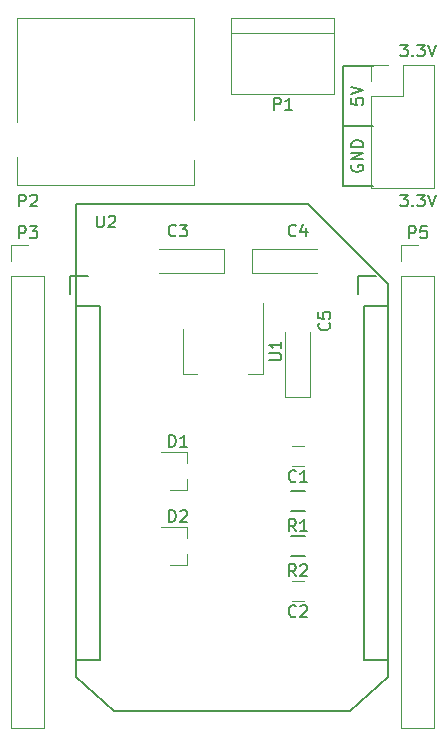
<source format=gto>
G04 #@! TF.FileFunction,Legend,Top*
%FSLAX46Y46*%
G04 Gerber Fmt 4.6, Leading zero omitted, Abs format (unit mm)*
G04 Created by KiCad (PCBNEW 4.0.5) date 02/24/17 16:37:27*
%MOMM*%
%LPD*%
G01*
G04 APERTURE LIST*
%ADD10C,0.100000*%
%ADD11C,0.200000*%
%ADD12C,0.120000*%
%ADD13C,0.150000*%
G04 APERTURE END LIST*
D10*
D11*
X140763810Y-90892381D02*
X141382858Y-90892381D01*
X141049524Y-91273333D01*
X141192382Y-91273333D01*
X141287620Y-91320952D01*
X141335239Y-91368571D01*
X141382858Y-91463810D01*
X141382858Y-91701905D01*
X141335239Y-91797143D01*
X141287620Y-91844762D01*
X141192382Y-91892381D01*
X140906667Y-91892381D01*
X140811429Y-91844762D01*
X140763810Y-91797143D01*
X141811429Y-91797143D02*
X141859048Y-91844762D01*
X141811429Y-91892381D01*
X141763810Y-91844762D01*
X141811429Y-91797143D01*
X141811429Y-91892381D01*
X142192381Y-90892381D02*
X142811429Y-90892381D01*
X142478095Y-91273333D01*
X142620953Y-91273333D01*
X142716191Y-91320952D01*
X142763810Y-91368571D01*
X142811429Y-91463810D01*
X142811429Y-91701905D01*
X142763810Y-91797143D01*
X142716191Y-91844762D01*
X142620953Y-91892381D01*
X142335238Y-91892381D01*
X142240000Y-91844762D01*
X142192381Y-91797143D01*
X143097143Y-90892381D02*
X143430476Y-91892381D01*
X143763810Y-90892381D01*
X135890000Y-90170000D02*
X138430000Y-90170000D01*
X135890000Y-85090000D02*
X135890000Y-90170000D01*
X138430000Y-85090000D02*
X135890000Y-85090000D01*
X135890000Y-85090000D02*
X138430000Y-85090000D01*
X135890000Y-80010000D02*
X135890000Y-85090000D01*
X138430000Y-80010000D02*
X135890000Y-80010000D01*
X136660000Y-88391904D02*
X136612381Y-88487142D01*
X136612381Y-88629999D01*
X136660000Y-88772857D01*
X136755238Y-88868095D01*
X136850476Y-88915714D01*
X137040952Y-88963333D01*
X137183810Y-88963333D01*
X137374286Y-88915714D01*
X137469524Y-88868095D01*
X137564762Y-88772857D01*
X137612381Y-88629999D01*
X137612381Y-88534761D01*
X137564762Y-88391904D01*
X137517143Y-88344285D01*
X137183810Y-88344285D01*
X137183810Y-88534761D01*
X137612381Y-87915714D02*
X136612381Y-87915714D01*
X137612381Y-87344285D01*
X136612381Y-87344285D01*
X137612381Y-86868095D02*
X136612381Y-86868095D01*
X136612381Y-86630000D01*
X136660000Y-86487142D01*
X136755238Y-86391904D01*
X136850476Y-86344285D01*
X137040952Y-86296666D01*
X137183810Y-86296666D01*
X137374286Y-86344285D01*
X137469524Y-86391904D01*
X137564762Y-86487142D01*
X137612381Y-86630000D01*
X137612381Y-86868095D01*
X136612381Y-82740476D02*
X136612381Y-83216667D01*
X137088571Y-83264286D01*
X137040952Y-83216667D01*
X136993333Y-83121429D01*
X136993333Y-82883333D01*
X137040952Y-82788095D01*
X137088571Y-82740476D01*
X137183810Y-82692857D01*
X137421905Y-82692857D01*
X137517143Y-82740476D01*
X137564762Y-82788095D01*
X137612381Y-82883333D01*
X137612381Y-83121429D01*
X137564762Y-83216667D01*
X137517143Y-83264286D01*
X136612381Y-82407143D02*
X137612381Y-82073810D01*
X136612381Y-81740476D01*
X140763810Y-78192381D02*
X141382858Y-78192381D01*
X141049524Y-78573333D01*
X141192382Y-78573333D01*
X141287620Y-78620952D01*
X141335239Y-78668571D01*
X141382858Y-78763810D01*
X141382858Y-79001905D01*
X141335239Y-79097143D01*
X141287620Y-79144762D01*
X141192382Y-79192381D01*
X140906667Y-79192381D01*
X140811429Y-79144762D01*
X140763810Y-79097143D01*
X141811429Y-79097143D02*
X141859048Y-79144762D01*
X141811429Y-79192381D01*
X141763810Y-79144762D01*
X141811429Y-79097143D01*
X141811429Y-79192381D01*
X142192381Y-78192381D02*
X142811429Y-78192381D01*
X142478095Y-78573333D01*
X142620953Y-78573333D01*
X142716191Y-78620952D01*
X142763810Y-78668571D01*
X142811429Y-78763810D01*
X142811429Y-79001905D01*
X142763810Y-79097143D01*
X142716191Y-79144762D01*
X142620953Y-79192381D01*
X142335238Y-79192381D01*
X142240000Y-79144762D01*
X142192381Y-79097143D01*
X143097143Y-78192381D02*
X143430476Y-79192381D01*
X143763810Y-78192381D01*
D12*
X131580000Y-113880000D02*
X132580000Y-113880000D01*
X132580000Y-112180000D02*
X131580000Y-112180000D01*
X131580000Y-125310000D02*
X132580000Y-125310000D01*
X132580000Y-123610000D02*
X131580000Y-123610000D01*
X122680000Y-115880000D02*
X122680000Y-114950000D01*
X122680000Y-112720000D02*
X122680000Y-113650000D01*
X122680000Y-112720000D02*
X120520000Y-112720000D01*
X122680000Y-115880000D02*
X121220000Y-115880000D01*
X122680000Y-122230000D02*
X122680000Y-121300000D01*
X122680000Y-119070000D02*
X122680000Y-120000000D01*
X122680000Y-119070000D02*
X120520000Y-119070000D01*
X122680000Y-122230000D02*
X121220000Y-122230000D01*
X135160000Y-75980000D02*
X126460000Y-75980000D01*
X135160000Y-82390000D02*
X126460000Y-82390000D01*
X126460000Y-82390000D02*
X126460000Y-75980000D01*
X126460000Y-77210000D02*
X135160000Y-77210000D01*
X135160000Y-75980000D02*
X135160000Y-82390000D01*
X108330000Y-90040000D02*
X108330000Y-87710000D01*
X123320000Y-90040000D02*
X123320000Y-87920000D01*
X108330000Y-90040000D02*
X123320000Y-90040000D01*
X108330000Y-75950000D02*
X123320000Y-75950000D01*
X108330000Y-84750000D02*
X108330000Y-75950000D01*
X123320000Y-84550000D02*
X123320000Y-75950000D01*
X107830000Y-97790000D02*
X107830000Y-136010000D01*
X107830000Y-136010000D02*
X110610000Y-136010000D01*
X110610000Y-136010000D02*
X110610000Y-97790000D01*
X110610000Y-97790000D02*
X107830000Y-97790000D01*
X107830000Y-96520000D02*
X107830000Y-95130000D01*
X107830000Y-95130000D02*
X109220000Y-95130000D01*
X140850000Y-97790000D02*
X140850000Y-136010000D01*
X140850000Y-136010000D02*
X143630000Y-136010000D01*
X143630000Y-136010000D02*
X143630000Y-97790000D01*
X143630000Y-97790000D02*
X140850000Y-97790000D01*
X140850000Y-96520000D02*
X140850000Y-95130000D01*
X140850000Y-95130000D02*
X142240000Y-95130000D01*
D13*
X131480000Y-115965000D02*
X132680000Y-115965000D01*
X132680000Y-117715000D02*
X131480000Y-117715000D01*
X131480000Y-119775000D02*
X132680000Y-119775000D01*
X132680000Y-121525000D02*
X131480000Y-121525000D01*
D12*
X122320000Y-106050000D02*
X123580000Y-106050000D01*
X129140000Y-106050000D02*
X127880000Y-106050000D01*
X122320000Y-102290000D02*
X122320000Y-106050000D01*
X129140000Y-100040000D02*
X129140000Y-106050000D01*
X125820000Y-97570000D02*
X120320000Y-97570000D01*
X125820000Y-95470000D02*
X120320000Y-95470000D01*
X125820000Y-97570000D02*
X125820000Y-95470000D01*
X128180000Y-95470000D02*
X133680000Y-95470000D01*
X128180000Y-97570000D02*
X133680000Y-97570000D01*
X128180000Y-95470000D02*
X128180000Y-97570000D01*
X131030000Y-108040000D02*
X131030000Y-102540000D01*
X133130000Y-108040000D02*
X133130000Y-102540000D01*
X131030000Y-108040000D02*
X133130000Y-108040000D01*
X138310000Y-82550000D02*
X138310000Y-90290000D01*
X138310000Y-90290000D02*
X143630000Y-90290000D01*
X143630000Y-90290000D02*
X143630000Y-79890000D01*
X143630000Y-79890000D02*
X140970000Y-79890000D01*
X140970000Y-79890000D02*
X140970000Y-82550000D01*
X140970000Y-82550000D02*
X138310000Y-82550000D01*
X138310000Y-81280000D02*
X138310000Y-79890000D01*
X138310000Y-79890000D02*
X139700000Y-79890000D01*
D13*
X113292000Y-131714000D02*
X116492000Y-134614000D01*
X132942000Y-91714000D02*
X139692000Y-98464000D01*
X113292000Y-91714000D02*
X132942000Y-91714000D01*
X113292000Y-91714000D02*
X113292000Y-131714000D01*
X116492000Y-134614000D02*
X136492000Y-134614000D01*
X139692000Y-131714000D02*
X136492000Y-134614000D01*
X139692000Y-98464000D02*
X139692000Y-131714000D01*
X137692000Y-130314000D02*
X139692000Y-130314000D01*
X137192000Y-99314000D02*
X137192000Y-97814000D01*
X137192000Y-97814000D02*
X138692000Y-97814000D01*
X137692000Y-130314000D02*
X137692000Y-100314000D01*
X137692000Y-100314000D02*
X139692000Y-100314000D01*
X139692000Y-100314000D02*
X139692000Y-130314000D01*
X115292000Y-100314000D02*
X113292000Y-100314000D01*
X115292000Y-100314000D02*
X115292000Y-130314000D01*
X115292000Y-130314000D02*
X113292000Y-130314000D01*
X113292000Y-130314000D02*
X113292000Y-100314000D01*
X112792000Y-99314000D02*
X112792000Y-97814000D01*
X112792000Y-97814000D02*
X114292000Y-97814000D01*
X131913334Y-115137143D02*
X131865715Y-115184762D01*
X131722858Y-115232381D01*
X131627620Y-115232381D01*
X131484762Y-115184762D01*
X131389524Y-115089524D01*
X131341905Y-114994286D01*
X131294286Y-114803810D01*
X131294286Y-114660952D01*
X131341905Y-114470476D01*
X131389524Y-114375238D01*
X131484762Y-114280000D01*
X131627620Y-114232381D01*
X131722858Y-114232381D01*
X131865715Y-114280000D01*
X131913334Y-114327619D01*
X132865715Y-115232381D02*
X132294286Y-115232381D01*
X132580000Y-115232381D02*
X132580000Y-114232381D01*
X132484762Y-114375238D01*
X132389524Y-114470476D01*
X132294286Y-114518095D01*
X131913334Y-126567143D02*
X131865715Y-126614762D01*
X131722858Y-126662381D01*
X131627620Y-126662381D01*
X131484762Y-126614762D01*
X131389524Y-126519524D01*
X131341905Y-126424286D01*
X131294286Y-126233810D01*
X131294286Y-126090952D01*
X131341905Y-125900476D01*
X131389524Y-125805238D01*
X131484762Y-125710000D01*
X131627620Y-125662381D01*
X131722858Y-125662381D01*
X131865715Y-125710000D01*
X131913334Y-125757619D01*
X132294286Y-125757619D02*
X132341905Y-125710000D01*
X132437143Y-125662381D01*
X132675239Y-125662381D01*
X132770477Y-125710000D01*
X132818096Y-125757619D01*
X132865715Y-125852857D01*
X132865715Y-125948095D01*
X132818096Y-126090952D01*
X132246667Y-126662381D01*
X132865715Y-126662381D01*
X121181905Y-112252381D02*
X121181905Y-111252381D01*
X121420000Y-111252381D01*
X121562858Y-111300000D01*
X121658096Y-111395238D01*
X121705715Y-111490476D01*
X121753334Y-111680952D01*
X121753334Y-111823810D01*
X121705715Y-112014286D01*
X121658096Y-112109524D01*
X121562858Y-112204762D01*
X121420000Y-112252381D01*
X121181905Y-112252381D01*
X122705715Y-112252381D02*
X122134286Y-112252381D01*
X122420000Y-112252381D02*
X122420000Y-111252381D01*
X122324762Y-111395238D01*
X122229524Y-111490476D01*
X122134286Y-111538095D01*
X121181905Y-118602381D02*
X121181905Y-117602381D01*
X121420000Y-117602381D01*
X121562858Y-117650000D01*
X121658096Y-117745238D01*
X121705715Y-117840476D01*
X121753334Y-118030952D01*
X121753334Y-118173810D01*
X121705715Y-118364286D01*
X121658096Y-118459524D01*
X121562858Y-118554762D01*
X121420000Y-118602381D01*
X121181905Y-118602381D01*
X122134286Y-117697619D02*
X122181905Y-117650000D01*
X122277143Y-117602381D01*
X122515239Y-117602381D01*
X122610477Y-117650000D01*
X122658096Y-117697619D01*
X122705715Y-117792857D01*
X122705715Y-117888095D01*
X122658096Y-118030952D01*
X122086667Y-118602381D01*
X122705715Y-118602381D01*
X130071905Y-83702381D02*
X130071905Y-82702381D01*
X130452858Y-82702381D01*
X130548096Y-82750000D01*
X130595715Y-82797619D01*
X130643334Y-82892857D01*
X130643334Y-83035714D01*
X130595715Y-83130952D01*
X130548096Y-83178571D01*
X130452858Y-83226190D01*
X130071905Y-83226190D01*
X131595715Y-83702381D02*
X131024286Y-83702381D01*
X131310000Y-83702381D02*
X131310000Y-82702381D01*
X131214762Y-82845238D01*
X131119524Y-82940476D01*
X131024286Y-82988095D01*
X108481905Y-91892381D02*
X108481905Y-90892381D01*
X108862858Y-90892381D01*
X108958096Y-90940000D01*
X109005715Y-90987619D01*
X109053334Y-91082857D01*
X109053334Y-91225714D01*
X109005715Y-91320952D01*
X108958096Y-91368571D01*
X108862858Y-91416190D01*
X108481905Y-91416190D01*
X109434286Y-90987619D02*
X109481905Y-90940000D01*
X109577143Y-90892381D01*
X109815239Y-90892381D01*
X109910477Y-90940000D01*
X109958096Y-90987619D01*
X110005715Y-91082857D01*
X110005715Y-91178095D01*
X109958096Y-91320952D01*
X109386667Y-91892381D01*
X110005715Y-91892381D01*
X108481905Y-94582381D02*
X108481905Y-93582381D01*
X108862858Y-93582381D01*
X108958096Y-93630000D01*
X109005715Y-93677619D01*
X109053334Y-93772857D01*
X109053334Y-93915714D01*
X109005715Y-94010952D01*
X108958096Y-94058571D01*
X108862858Y-94106190D01*
X108481905Y-94106190D01*
X109386667Y-93582381D02*
X110005715Y-93582381D01*
X109672381Y-93963333D01*
X109815239Y-93963333D01*
X109910477Y-94010952D01*
X109958096Y-94058571D01*
X110005715Y-94153810D01*
X110005715Y-94391905D01*
X109958096Y-94487143D01*
X109910477Y-94534762D01*
X109815239Y-94582381D01*
X109529524Y-94582381D01*
X109434286Y-94534762D01*
X109386667Y-94487143D01*
X141501905Y-94582381D02*
X141501905Y-93582381D01*
X141882858Y-93582381D01*
X141978096Y-93630000D01*
X142025715Y-93677619D01*
X142073334Y-93772857D01*
X142073334Y-93915714D01*
X142025715Y-94010952D01*
X141978096Y-94058571D01*
X141882858Y-94106190D01*
X141501905Y-94106190D01*
X142978096Y-93582381D02*
X142501905Y-93582381D01*
X142454286Y-94058571D01*
X142501905Y-94010952D01*
X142597143Y-93963333D01*
X142835239Y-93963333D01*
X142930477Y-94010952D01*
X142978096Y-94058571D01*
X143025715Y-94153810D01*
X143025715Y-94391905D01*
X142978096Y-94487143D01*
X142930477Y-94534762D01*
X142835239Y-94582381D01*
X142597143Y-94582381D01*
X142501905Y-94534762D01*
X142454286Y-94487143D01*
X131913334Y-119392381D02*
X131580000Y-118916190D01*
X131341905Y-119392381D02*
X131341905Y-118392381D01*
X131722858Y-118392381D01*
X131818096Y-118440000D01*
X131865715Y-118487619D01*
X131913334Y-118582857D01*
X131913334Y-118725714D01*
X131865715Y-118820952D01*
X131818096Y-118868571D01*
X131722858Y-118916190D01*
X131341905Y-118916190D01*
X132865715Y-119392381D02*
X132294286Y-119392381D01*
X132580000Y-119392381D02*
X132580000Y-118392381D01*
X132484762Y-118535238D01*
X132389524Y-118630476D01*
X132294286Y-118678095D01*
X131913334Y-123202381D02*
X131580000Y-122726190D01*
X131341905Y-123202381D02*
X131341905Y-122202381D01*
X131722858Y-122202381D01*
X131818096Y-122250000D01*
X131865715Y-122297619D01*
X131913334Y-122392857D01*
X131913334Y-122535714D01*
X131865715Y-122630952D01*
X131818096Y-122678571D01*
X131722858Y-122726190D01*
X131341905Y-122726190D01*
X132294286Y-122297619D02*
X132341905Y-122250000D01*
X132437143Y-122202381D01*
X132675239Y-122202381D01*
X132770477Y-122250000D01*
X132818096Y-122297619D01*
X132865715Y-122392857D01*
X132865715Y-122488095D01*
X132818096Y-122630952D01*
X132246667Y-123202381D01*
X132865715Y-123202381D01*
X129682381Y-104901905D02*
X130491905Y-104901905D01*
X130587143Y-104854286D01*
X130634762Y-104806667D01*
X130682381Y-104711429D01*
X130682381Y-104520952D01*
X130634762Y-104425714D01*
X130587143Y-104378095D01*
X130491905Y-104330476D01*
X129682381Y-104330476D01*
X130682381Y-103330476D02*
X130682381Y-103901905D01*
X130682381Y-103616191D02*
X129682381Y-103616191D01*
X129825238Y-103711429D01*
X129920476Y-103806667D01*
X129968095Y-103901905D01*
X121753334Y-94337143D02*
X121705715Y-94384762D01*
X121562858Y-94432381D01*
X121467620Y-94432381D01*
X121324762Y-94384762D01*
X121229524Y-94289524D01*
X121181905Y-94194286D01*
X121134286Y-94003810D01*
X121134286Y-93860952D01*
X121181905Y-93670476D01*
X121229524Y-93575238D01*
X121324762Y-93480000D01*
X121467620Y-93432381D01*
X121562858Y-93432381D01*
X121705715Y-93480000D01*
X121753334Y-93527619D01*
X122086667Y-93432381D02*
X122705715Y-93432381D01*
X122372381Y-93813333D01*
X122515239Y-93813333D01*
X122610477Y-93860952D01*
X122658096Y-93908571D01*
X122705715Y-94003810D01*
X122705715Y-94241905D01*
X122658096Y-94337143D01*
X122610477Y-94384762D01*
X122515239Y-94432381D01*
X122229524Y-94432381D01*
X122134286Y-94384762D01*
X122086667Y-94337143D01*
X131913334Y-94327143D02*
X131865715Y-94374762D01*
X131722858Y-94422381D01*
X131627620Y-94422381D01*
X131484762Y-94374762D01*
X131389524Y-94279524D01*
X131341905Y-94184286D01*
X131294286Y-93993810D01*
X131294286Y-93850952D01*
X131341905Y-93660476D01*
X131389524Y-93565238D01*
X131484762Y-93470000D01*
X131627620Y-93422381D01*
X131722858Y-93422381D01*
X131865715Y-93470000D01*
X131913334Y-93517619D01*
X132770477Y-93755714D02*
X132770477Y-94422381D01*
X132532381Y-93374762D02*
X132294286Y-94089048D01*
X132913334Y-94089048D01*
X134723143Y-101766666D02*
X134770762Y-101814285D01*
X134818381Y-101957142D01*
X134818381Y-102052380D01*
X134770762Y-102195238D01*
X134675524Y-102290476D01*
X134580286Y-102338095D01*
X134389810Y-102385714D01*
X134246952Y-102385714D01*
X134056476Y-102338095D01*
X133961238Y-102290476D01*
X133866000Y-102195238D01*
X133818381Y-102052380D01*
X133818381Y-101957142D01*
X133866000Y-101814285D01*
X133913619Y-101766666D01*
X133818381Y-100861904D02*
X133818381Y-101338095D01*
X134294571Y-101385714D01*
X134246952Y-101338095D01*
X134199333Y-101242857D01*
X134199333Y-101004761D01*
X134246952Y-100909523D01*
X134294571Y-100861904D01*
X134389810Y-100814285D01*
X134627905Y-100814285D01*
X134723143Y-100861904D01*
X134770762Y-100909523D01*
X134818381Y-101004761D01*
X134818381Y-101242857D01*
X134770762Y-101338095D01*
X134723143Y-101385714D01*
X115062095Y-92670381D02*
X115062095Y-93479905D01*
X115109714Y-93575143D01*
X115157333Y-93622762D01*
X115252571Y-93670381D01*
X115443048Y-93670381D01*
X115538286Y-93622762D01*
X115585905Y-93575143D01*
X115633524Y-93479905D01*
X115633524Y-92670381D01*
X116062095Y-92765619D02*
X116109714Y-92718000D01*
X116204952Y-92670381D01*
X116443048Y-92670381D01*
X116538286Y-92718000D01*
X116585905Y-92765619D01*
X116633524Y-92860857D01*
X116633524Y-92956095D01*
X116585905Y-93098952D01*
X116014476Y-93670381D01*
X116633524Y-93670381D01*
M02*

</source>
